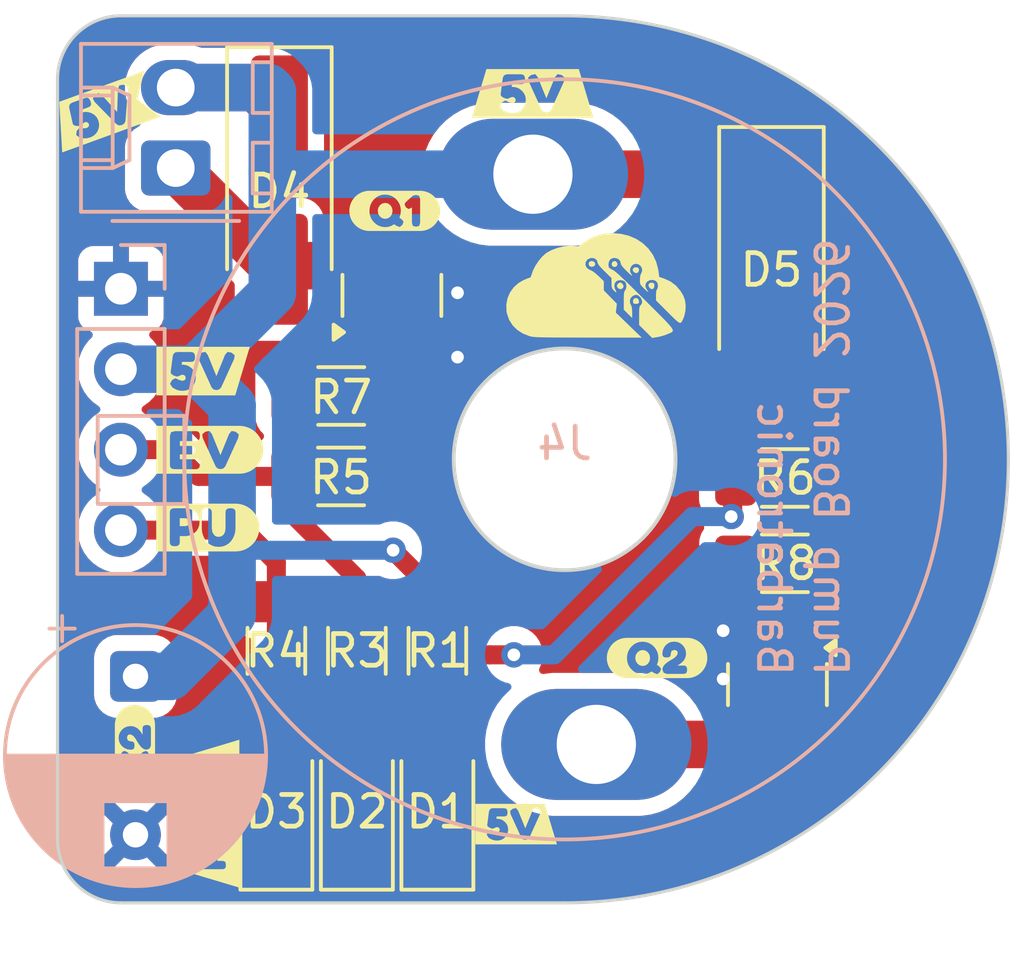
<source format=kicad_pcb>
(kicad_pcb (version 20241229) (generator "pcbnew") (generator_version "9.0")
  (title_block (comment 4 "AISLER Project ID: QDPATYCN"))
  (layers (0 "F.Cu" signal) (2 "B.Cu" signal) (13 "F.Paste" user) (15 "B.Paste" user) (5 "F.SilkS" user "F.Silkscreen") (7 "B.SilkS" user "B.Silkscreen") (1 "F.Mask" user) (3 "B.Mask" user) (25 "Edge.Cuts" user))
  (net 0 "")
  (net 1 "+5V")
  (net 2 "GND")
  (net 3 "Net-(D1-A)")
  (net 4 "Net-(D2-A)")
  (net 5 "Net-(D3-A)")
  (net 6 "Net-(D4-A)")
  (net 7 "Net-(Q1-G)")
  (net 8 "Net-(Q2-G)")
  (net 9 "S_EV")
  (net 10 "S_PUMP")
  (net 11 "Net-(D5-A)")
  (footprint "kibuzzard-697693BC" (layer "F.Cu") (at 126.965581 111.186213 90)
    (property "Reference" "kibuzzard-697693BC" (hide yes))
    (property "Value" "G***" (hide yes))
  )
  (footprint "LOGO" (layer "F.Cu") (at 138.945783 94.488)
    (property "Reference" "G***" (hide yes))
    (property "Value" "LOGO" (hide yes))
  )
  (footprint "Resistor_SMD:R_1206_3216Metric_Pad1.30x1.75mm_HandSolder" (layer "F.Cu") (at 144.949113 103.282284 180)
    (property "Reference" "R8" (at -0.026001 0 0) (layer "F.SilkS"))
    (property "Value" "10K")
    (pad "1" smd roundrect (at -1.550001 0 180) (size 1.3 1.75) (layers "F.Cu" "F.Mask" "F.Paste") (roundrect_rratio 0.192308) (net 8 "Net-(Q2-G)"))
    (pad "2" smd roundrect (at 1.550001 0 180) (size 1.3 1.75) (layers "F.Cu" "F.Mask" "F.Paste") (roundrect_rratio 0.192308) (net 2 "GND"))
  )
  (footprint "Resistor_SMD:R_1206_3216Metric_Pad1.30x1.75mm_HandSolder" (layer "F.Cu") (at 144.949113 100.588207)
    (property "Reference" "R6" (at 0 0 0) (layer "F.SilkS"))
    (property "Value" "270R")
    (pad "1" smd roundrect (at -1.550001 0) (size 1.3 1.75) (layers "F.Cu" "F.Mask" "F.Paste") (roundrect_rratio 0.192308) (net 10 "S_PUMP"))
    (pad "2" smd roundrect (at 1.550001 0) (size 1.3 1.75) (layers "F.Cu" "F.Mask" "F.Paste") (roundrect_rratio 0.192308) (net 8 "Net-(Q2-G)"))
  )
  (footprint "Diode_SMD:D_SMA_Handsoldering" (layer "F.Cu") (at 129 91.5 -90)
    (property "Reference" "D4" (at 0.04 0 180) (layer "F.SilkS"))
    (property "Value" "D_Small")
    (pad "1" smd roundrect (at -2.5 0 270) (size 3.5 1.8) (layers "F.Cu" "F.Mask" "F.Paste") (roundrect_rratio 0.1388888889) (net 1 "+5V"))
    (pad "2" smd roundrect (at 2.5 0 270) (size 3.5 1.8) (layers "F.Cu" "F.Mask" "F.Paste") (roundrect_rratio 0.1388888889) (net 6 "Net-(D4-A)"))
  )
  (footprint "kibuzzard-6976947C" (layer "F.Cu") (at 140.915978 106.270899)
    (property "Reference" "kibuzzard-6976947C" (hide yes))
    (property "Value" "G***" (hide yes))
  )
  (footprint "LED_SMD:LED_1206_3216Metric_Pad1.42x1.75mm_HandSolder" (layer "F.Cu") (at 131.444999 111.124999 90)
    (property "Reference" "D2" (at 0 0 0) (layer "F.SilkS"))
    (property "Value" "LED_Small")
    (pad "1" smd roundrect (at -1.4875 0 90) (size 1.425 1.75) (layers "F.Cu" "F.Mask" "F.Paste") (roundrect_rratio 0.175439) (net 2 "GND"))
    (pad "2" smd roundrect (at 1.4875 0 90) (size 1.425 1.75) (layers "F.Cu" "F.Mask" "F.Paste") (roundrect_rratio 0.175439) (net 4 "Net-(D2-A)"))
  )
  (footprint "kibuzzard-6976928C" (layer "F.Cu") (at 126.741486 102.153441)
    (property "Reference" "kibuzzard-6976928C" (hide yes))
    (property "Value" "G***" (hide yes))
  )
  (footprint "kibuzzard-69769485" (layer "F.Cu") (at 132.641155 92.157125)
    (property "Reference" "kibuzzard-69769485" (hide yes))
    (property "Value" "G***" (hide yes))
  )
  (footprint "kibuzzard-6976930F" (layer "F.Cu") (at 123.442103 89.024735 20)
    (property "Reference" "kibuzzard-6976930F" (hide yes))
    (property "Value" "G***" (hide yes))
  )
  (footprint "LED_SMD:LED_1206_3216Metric_Pad1.42x1.75mm_HandSolder" (layer "F.Cu") (at 133.985 111.125 90)
    (property "Reference" "D1" (at 0 0 0) (layer "F.SilkS"))
    (property "Value" "LED_Small")
    (pad "1" smd roundrect (at -1.4875 0 90) (size 1.425 1.75) (layers "F.Cu" "F.Mask" "F.Paste") (roundrect_rratio 0.175439) (net 2 "GND"))
    (pad "2" smd roundrect (at 1.4875 0 90) (size 1.425 1.75) (layers "F.Cu" "F.Mask" "F.Paste") (roundrect_rratio 0.175439) (net 3 "Net-(D1-A)"))
  )
  (footprint "Package_TO_SOT_SMD:SOT-23" (layer "F.Cu") (at 132.55 94.825 90)
    (property "Reference" "Q1" (hide yes))
    (property "Value" "AO3400A")
    (pad "1" smd roundrect (at -0.9375 -0.95 90) (size 1.475 0.6) (layers "F.Cu" "F.Mask" "F.Paste") (net 7 "Net-(Q1-G)"))
    (pad "2" smd roundrect (at -0.9375 0.95 90) (size 1.475 0.6) (layers "F.Cu" "F.Mask" "F.Paste") (net 2 "GND"))
    (pad "3" smd roundrect (at 0.937501 0 90) (size 1.475 0.6) (layers "F.Cu" "F.Mask" "F.Paste") (net 6 "Net-(D4-A)"))
  )
  (footprint "Diode_SMD:D_SMA_Handsoldering" (layer "F.Cu") (at 144.526 94.02 -90)
    (property "Reference" "D5" (at 0 0 0) (layer "F.SilkS"))
    (property "Value" "D_Small")
    (pad "1" smd roundrect (at -2.5 0 270) (size 3.5 1.8) (layers "F.Cu" "F.Mask" "F.Paste") (roundrect_rratio 0.1388888889) (net 1 "+5V"))
    (pad "2" smd roundrect (at 2.5 0 270) (size 3.5 1.8) (layers "F.Cu" "F.Mask" "F.Paste") (roundrect_rratio 0.1388888889) (net 11 "Net-(D5-A)"))
  )
  (footprint "Package_TO_SOT_SMD:SOT-23" (layer "F.Cu") (at 144.714 107.1095 -90)
    (property "Reference" "Q2" (hide yes))
    (property "Value" "AO3400A")
    (pad "1" smd roundrect (at -0.9375 -0.95 270) (size 1.475 0.6) (layers "F.Cu" "F.Mask" "F.Paste") (net 8 "Net-(Q2-G)"))
    (pad "2" smd roundrect (at -0.9375 0.95 270) (size 1.475 0.6) (layers "F.Cu" "F.Mask" "F.Paste") (net 2 "GND"))
    (pad "3" smd roundrect (at 0.937501 0 270) (size 1.475 0.6) (layers "F.Cu" "F.Mask" "F.Paste") (net 11 "Net-(D5-A)"))
  )
  (footprint "Resistor_SMD:R_1206_3216Metric_Pad1.30x1.75mm_HandSolder" (layer "F.Cu") (at 130.945 100.54 180)
    (property "Reference" "R5" (at 0.000942 -0.036944 0) (layer "F.SilkS"))
    (property "Value" "270R")
    (pad "1" smd roundrect (at -1.55 0 180) (size 1.3 1.75) (layers "F.Cu" "F.Mask" "F.Paste") (roundrect_rratio 0.192308) (net 7 "Net-(Q1-G)"))
    (pad "2" smd roundrect (at 1.55 0 180) (size 1.3 1.75) (layers "F.Cu" "F.Mask" "F.Paste") (roundrect_rratio 0.192308) (net 9 "S_EV"))
  )
  (footprint "Resistor_SMD:R_1206_3216Metric_Pad1.30x1.75mm_HandSolder" (layer "F.Cu") (at 131.444999 106.044996 -90)
    (property "Reference" "R3" (at 0 0 0) (layer "F.SilkS"))
    (property "Value" "1K")
    (pad "1" smd roundrect (at -1.550001 0 270) (size 1.3 1.75) (layers "F.Cu" "F.Mask" "F.Paste") (roundrect_rratio 0.192308) (net 9 "S_EV"))
    (pad "2" smd roundrect (at 1.550001 0 270) (size 1.3 1.75) (layers "F.Cu" "F.Mask" "F.Paste") (roundrect_rratio 0.192308) (net 4 "Net-(D2-A)"))
  )
  (footprint "Resistor_SMD:R_1206_3216Metric_Pad1.30x1.75mm_HandSolder" (layer "F.Cu") (at 128.904998 106.044996 -90)
    (property "Reference" "R4" (at 0 0 0) (layer "F.SilkS"))
    (property "Value" "1k")
    (pad "1" smd roundrect (at -1.550001 0 270) (size 1.3 1.75) (layers "F.Cu" "F.Mask" "F.Paste") (roundrect_rratio 0.192308) (net 10 "S_PUMP"))
    (pad "2" smd roundrect (at 1.550001 0 270) (size 1.3 1.75) (layers "F.Cu" "F.Mask" "F.Paste") (roundrect_rratio 0.192308) (net 5 "Net-(D3-A)"))
  )
  (footprint "LED_SMD:LED_1206_3216Metric_Pad1.42x1.75mm_HandSolder" (layer "F.Cu") (at 128.904999 111.124995 90)
    (property "Reference" "D3" (at 0 0 0) (layer "F.SilkS"))
    (property "Value" "LED_Small")
    (pad "1" smd roundrect (at -1.4875 0 90) (size 1.425 1.75) (layers "F.Cu" "F.Mask" "F.Paste") (roundrect_rratio 0.175439) (net 2 "GND"))
    (pad "2" smd roundrect (at 1.4875 0 90) (size 1.425 1.75) (layers "F.Cu" "F.Mask" "F.Paste") (roundrect_rratio 0.175439) (net 5 "Net-(D3-A)"))
  )
  (footprint "Resistor_SMD:R_1206_3216Metric_Pad1.30x1.75mm_HandSolder" (layer "F.Cu") (at 133.985 106.044996 -90)
    (property "Reference" "R1" (at 0 0 0) (layer "F.SilkS"))
    (property "Value" "1K")
    (pad "1" smd roundrect (at -1.550001 0 270) (size 1.3 1.75) (layers "F.Cu" "F.Mask" "F.Paste") (roundrect_rratio 0.192308) (net 1 "+5V"))
    (pad "2" smd roundrect (at 1.550001 0 270) (size 1.3 1.75) (layers "F.Cu" "F.Mask" "F.Paste") (roundrect_rratio 0.192308) (net 3 "Net-(D1-A)"))
  )
  (footprint "kibuzzard-69769280" (layer "F.Cu") (at 126.804223 99.698833)
    (property "Reference" "kibuzzard-69769280" (hide yes))
    (property "Value" "G***" (hide yes))
  )
  (footprint "Resistor_SMD:R_1206_3216Metric_Pad1.30x1.75mm_HandSolder" (layer "F.Cu") (at 130.95 98)
    (property "Reference" "R7" (at 0 0.044 0) (layer "F.SilkS"))
    (property "Value" "10K")
    (pad "1" smd roundrect (at -1.55 0) (size 1.3 1.75) (layers "F.Cu" "F.Mask" "F.Paste") (roundrect_rratio 0.192308) (net 7 "Net-(Q1-G)"))
    (pad "2" smd roundrect (at 1.55 0) (size 1.3 1.75) (layers "F.Cu" "F.Mask" "F.Paste") (roundrect_rratio 0.192308) (net 2 "GND"))
  )
  (footprint "kibuzzard-6976945E" (layer "F.Cu") (at 124.443008 109.227843 90)
    (property "Reference" "kibuzzard-6976945E" (hide yes))
    (property "Value" "G***" (hide yes))
  )
  (footprint "kibuzzard-69769299" (layer "F.Cu") (at 126.593792 97.2146)
    (property "Reference" "kibuzzard-69769299" (hide yes))
    (property "Value" "G***" (hide yes))
  )
  (footprint "kibuzzard-697692E7" (layer "F.Cu") (at 136.989637 88.447112)
    (property "Reference" "kibuzzard-697692E7" (hide yes))
    (property "Value" "G***" (hide yes))
  )
  (footprint "kibuzzard-697693AB" (layer "F.Cu") (at 136.470322 111.515585)
    (property "Reference" "kibuzzard-697693AB" (hide yes))
    (property "Value" "G***" (hide yes))
  )
  (footprint "Capacitor_THT:CP_Radial_D8.0mm_P5.00mm" (layer "B.Cu") (at 124.46 106.852323 -90)
    (property "Reference" "C2" (hide yes))
    (property "Value" "C_Polarized_Small")
    (pad "1" thru_hole roundrect (at 0 0 270) (size 1.6 1.6) (drill 0.8) (layers "*.Cu" "*.Mask") (roundrect_rratio 0.15625) (net 1 "+5V"))
    (pad "2" thru_hole circle (at 5 0 270) (size 1.6 1.6) (drill 0.8) (layers "*.Cu" "*.Mask") (net 2 "GND"))
  )
  (footprint "BarbaLib:motor-pump-370" (layer "B.Cu") (at 138 100 180)
    (property "Reference" "J4" (at 0 0.5 0) (layer "B.SilkS") (effects (justify mirror)))
    (property "Value" "CON_PUMP")
    (fp_circle (center 0 0) (end 3.5 0) (stroke (width 0.12)) (fill no) (layer "Edge.Cuts"))
    (pad "1" thru_hole oval (at 1 9 180) (size 6 3.5) (drill 2.5) (layers "*.Cu" "*.Mask") (net 1 "+5V"))
    (pad "2" thru_hole oval (at -1 -9 180) (size 6 3.5) (drill 2.5) (layers "*.Cu" "*.Mask") (net 11 "Net-(D5-A)"))
  )
  (footprint "Connector_Molex:Molex_KK-254_AE-6410-02A_1x02_P2.54mm_Vertical" (layer "B.Cu") (at 125.73 90.805 90)
    (property "Reference" "J3" (hide yes))
    (property "Value" "CON_EV")
    (pad "1" thru_hole roundrect (at 0 0 90) (size 1.74 2.19) (drill 1.19) (layers "*.Cu" "*.Mask") (roundrect_rratio 0.143678) (net 6 "Net-(D4-A)"))
    (pad "2" thru_hole oval (at 2.54 0 90) (size 1.74 2.19) (drill 1.19) (layers "*.Cu" "*.Mask") (net 1 "+5V"))
  )
  (footprint "Connector_PinHeader_2.54mm:PinHeader_1x04_P2.54mm_Vertical" (layer "B.Cu") (at 124 94.615 180)
    (property "Reference" "J1" (hide yes))
    (property "Value" "Conn_01x04")
    (pad "1" thru_hole rect (at 0 0 180) (size 1.7 1.7) (drill 1) (layers "*.Cu" "*.Mask") (net 2 "GND"))
    (pad "2" thru_hole circle (at 0 -2.54 180) (size 1.7 1.7) (drill 1) (layers "*.Cu" "*.Mask") (net 1 "+5V"))
    (pad "3" thru_hole circle (at 0 -5.079999 180) (size 1.7 1.7) (drill 1) (layers "*.Cu" "*.Mask") (net 9 "S_EV"))
    (pad "4" thru_hole circle (at 0 -7.62 180) (size 1.7 1.7) (drill 1) (layers "*.Cu" "*.Mask") (net 10 "S_PUMP"))
  )
  (gr_line (start 124 114) (end 138 114) (stroke (width 0.1)) (layer "Edge.Cuts"))
  (gr_arc (start 122 88) (mid 122.585786 86.585786) (end 124 86) (stroke (width 0.1)) (layer "Edge.Cuts"))
  (gr_arc (start 123.999998 114.000002) (mid 122.585785 113.414215) (end 121.999998 112.000002) (stroke (width 0.1)) (layer "Edge.Cuts"))
  (gr_arc (start 138 86) (mid 152 100) (end 138 114) (stroke (width 0.1)) (layer "Edge.Cuts"))
  (gr_line (start 138 86) (end 124 86) (stroke (width 0.1)) (layer "Edge.Cuts"))
  (gr_line (start 122 88) (end 122 112) (stroke (width 0.1)) (layer "Edge.Cuts"))
  (gr_text "Pump Board 2026" (at 145.796 106.934 270) (layer "B.SilkS") (effects (font (size 1 1)) (justify left bottom mirror)))
  (gr_text "Barbatronic" (at 144.018 106.934 270) (layer "B.SilkS") (effects (font (size 1 1)) (justify left bottom mirror)))
  (segment (start 144.526 91.52) (end 144.006 91) (width 1.5) (layer "F.Cu") (net 1))
  (segment (start 144.006 91) (end 137 91) (width 1.5) (layer "F.Cu") (net 1))
  (segment (start 128.264999 88.265) (end 129 89) (width 1.5) (layer "F.Cu") (net 1))
  (segment (start 133.985004 104.266998) (end 133.985 104.494995) (width 0.6) (layer "F.Cu") (net 1))
  (segment (start 132.588 102.87) (end 133.985004 104.266998) (width 0.6) (layer "F.Cu") (net 1))
  (segment (start 128.264999 88.265) (end 125.73 88.265) (width 1.5) (layer "F.Cu") (net 1))
  (via (at 132.588 102.87) (size 0.8) (drill 0.4) (layers "F.Cu" "B.Cu") (net 1))
  (segment (start 128.812 90.966) (end 128.778007 90.931996) (width 1.5) (layer "B.Cu") (net 1))
  (segment (start 125.55768 106.85233) (end 124.46 106.852323) (width 1.5) (layer "B.Cu") (net 1))
  (segment (start 127.508 104.902) (end 127.508 101.854) (width 1.5) (layer "B.Cu") (net 1))
  (segment (start 126.9365 97.7265) (end 126.365 97.155) (width 1.5) (layer "B.Cu") (net 1))
  (segment (start 128.777999 88.392) (end 128.778004 90.931998) (width 1.5) (layer "B.Cu") (net 1))
  (segment (start 128.777999 88.392) (end 128.650999 88.265) (width 1.5) (layer "B.Cu") (net 1))
  (segment (start 132.588 102.87) (end 127.508 102.87) (width 0.6) (layer "B.Cu") (net 1))
  (segment (start 128.650999 88.265) (end 125.73 88.265) (width 1.5) (layer "B.Cu") (net 1))
  (segment (start 128.846 90.999999) (end 137 91) (width 1.5) (layer "B.Cu") (net 1))
  (segment (start 127.508 102.87) (end 127.507999 98.298) (width 1.5) (layer "B.Cu") (net 1))
  (segment (start 128.777978 94.741991) (end 126.365 97.155003) (width 1.5) (layer "B.Cu") (net 1))
  (segment (start 126.365 97.155003) (end 124 97.155) (width 1.5) (layer "B.Cu") (net 1))
  (segment (start 128.778001 90.932001) (end 128.846 90.999999) (width 1.5) (layer "B.Cu") (net 1))
  (segment (start 125.55768 106.85233) (end 127.508 104.902) (width 1.5) (layer "B.Cu") (net 1))
  (segment (start 126.364999 97.155) (end 127.507999 98.298) (width 1.5) (layer "B.Cu") (net 1))
  (segment (start 128.777978 94.741991) (end 128.778004 90.931998) (width 1.5) (layer "B.Cu") (net 1))
  (segment (start 127.508 103.886) (end 127.508 102.870001) (width 0.6) (layer "B.Cu") (net 1))
  (via (at 134.62 96.774) (size 0.8) (drill 0.4) (layers "F.Cu" "B.Cu") (net 2))
  (via (at 143.002 105.41) (size 0.8) (drill 0.4) (layers "F.Cu" "B.Cu") (net 2))
  (via (at 143.002 106.934) (size 0.8) (drill 0.4) (layers "F.Cu" "B.Cu") (net 2))
  (via (at 134.62 94.742) (size 0.8) (drill 0.4) (layers "F.Cu" "B.Cu") (net 2))
  (segment (start 133.985 107.594997) (end 133.985 109.6375) (width 0.6) (layer "F.Cu") (net 3))
  (segment (start 131.444999 107.594997) (end 131.444999 109.637499) (width 0.6) (layer "F.Cu") (net 4))
  (segment (start 128.904998 107.594997) (end 128.904999 109.637495) (width 0.6) (layer "F.Cu") (net 5))
  (segment (start 129.000003 94.000008) (end 129.112493 93.887478) (width 1.5) (layer "F.Cu") (net 6))
  (segment (start 128.924996 94.000009) (end 129.000003 94.000008) (width 1.5) (layer "F.Cu") (net 6))
  (segment (start 129.112493 93.887478) (end 132.55 93.887499) (width 1.5) (layer "F.Cu") (net 6))
  (segment (start 128.924996 94.000009) (end 125.73 90.805) (width 1.5) (layer "F.Cu") (net 6))
  (segment (start 131.939994 100.540012) (end 132.495 100.54) (width 0.6) (layer "F.Cu") (net 7))
  (segment (start 129.838001 98.000003) (end 131.599979 96.237991) (width 0.6) (layer "F.Cu") (net 7))
  (segment (start 131.939994 100.540012) (end 129.400002 98.000001) (width 0.6) (layer "F.Cu") (net 7))
  (segment (start 131.599979 96.237991) (end 131.6 95.7625) (width 0.6) (layer "F.Cu") (net 7))
  (segment (start 129.400002 98.000001) (end 129.838001 98.000003) (width 0.6) (layer "F.Cu") (net 7))
  (segment (start 145.664005 104.1174) (end 145.664 106.172) (width 0.6) (layer "F.Cu") (net 8))
  (segment (start 146.49912 103.282286) (end 146.499114 100.588207) (width 0.6) (layer "F.Cu") (net 8))
  (segment (start 145.664005 104.1174) (end 146.49912 103.282286) (width 0.6) (layer "F.Cu") (net 8))
  (segment (start 125.602998 99.695) (end 124 99.694999) (width 0.6) (layer "F.Cu") (net 9))
  (segment (start 129.395 101.708999) (end 129.394999 100.54) (width 0.6) (layer "F.Cu") (net 9))
  (segment (start 126.448 100.539999) (end 125.602998 99.695) (width 0.6) (layer "F.Cu") (net 9))
  (segment (start 131.445007 103.758996) (end 129.395 101.708999) (width 0.6) (layer "F.Cu") (net 9))
  (segment (start 126.448 100.539999) (end 129.394999 100.54) (width 0.6) (layer "F.Cu") (net 9))
  (segment (start 131.445007 103.758996) (end 131.444999 104.494995) (width 0.6) (layer "F.Cu") (net 9))
  (segment (start 129.54 106.172) (end 135.636 106.172) (width 0.6) (layer "F.Cu") (net 10))
  (segment (start 143.303396 100.683923) (end 143.399112 100.588207) (width 0.6) (layer "F.Cu") (net 10))
  (segment (start 136.144 106.172) (end 135.636 106.172) (width 0.6) (layer "F.Cu") (net 10))
  (segment (start 128.904998 103.973993) (end 128.904998 105.015996) (width 0.6) (layer "F.Cu") (net 10))
  (segment (start 128.904998 103.973993) (end 128.90501 103.250993) (width 0.6) (layer "F.Cu") (net 10))
  (segment (start 143.303396 101.759888) (end 143.303396 100.683923) (width 0.6) (layer "F.Cu") (net 10))
  (segment (start 127.888999 102.235001) (end 128.90501 103.250993) (width 0.6) (layer "F.Cu") (net 10))
  (segment (start 128.904998 105.015996) (end 128.904991 105.537) (width 0.6) (layer "F.Cu") (net 10))
  (segment (start 127.888999 102.235001) (end 124 102.235) (width 0.6) (layer "F.Cu") (net 10))
  (segment (start 128.904991 105.537) (end 129.54 106.172) (width 0.6) (layer "F.Cu") (net 10))
  (segment (start 143.256 101.807284) (end 143.303396 101.759888) (width 0.6) (layer "F.Cu") (net 10))
  (segment (start 136.398 106.172) (end 136.144 106.172) (width 0.6) (layer "F.Cu") (net 10))
  (via (at 143.256 101.807284) (size 0.8) (drill 0.4) (layers "F.Cu" "B.Cu") (net 10))
  (via (at 136.398 106.172) (size 0.8) (drill 0.4) (layers "F.Cu" "B.Cu") (net 10))
  (segment (start 137.668002 106.172006) (end 136.398 106.172) (width 0.6) (layer "B.Cu") (net 10))
  (segment (start 142.032724 101.807284) (end 137.668002 106.172006) (width 0.6) (layer "B.Cu") (net 10))
  (segment (start 143.256 101.807284) (end 142.032724 101.807284) (width 0.6) (layer "B.Cu") (net 10))
  (segment (start 144.714 108.709595) (end 144.4236 108.999995) (width 1.5) (layer "F.Cu") (net 11))
  (segment (start 148.336 99.06) (end 148.336 106.172) (width 1.5) (layer "F.Cu") (net 11))
  (segment (start 144.809711 108.142712) (end 144.714 108.047001) (width 1.5) (layer "F.Cu") (net 11))
  (segment (start 144.526 96.52) (end 145.796 96.52) (width 1.5) (layer "F.Cu") (net 11))
  (segment (start 145.796 96.52) (end 148.336 99.06) (width 1.5) (layer "F.Cu") (net 11))
  (segment (start 148.336 106.172) (end 146.365288 108.142712) (width 1.5) (layer "F.Cu") (net 11))
  (segment (start 144.4236 108.999995) (end 139 109) (width 1.5) (layer "F.Cu") (net 11))
  (segment (start 146.365288 108.142712) (end 144.809711 108.142712) (width 1.5) (layer "F.Cu") (net 11))
  (segment (start 144.714 108.047001) (end 144.714 108.709595) (width 1.5) (layer "F.Cu") (net 11))
  (zone (net 2) (net_name "GND") (layers "F.Cu" "B.Cu") (connect_pads (clearance 0.508)) (min_thickness 0.25) (fill yes (thermal_gap 0.5) (thermal_bridge_width 0.5))
    (polygon (pts (xy 121.5 85.5) (xy 152.5 85.5) (xy 152.5 114.5) (xy 121.5 114.5)))
  )
)
</source>
